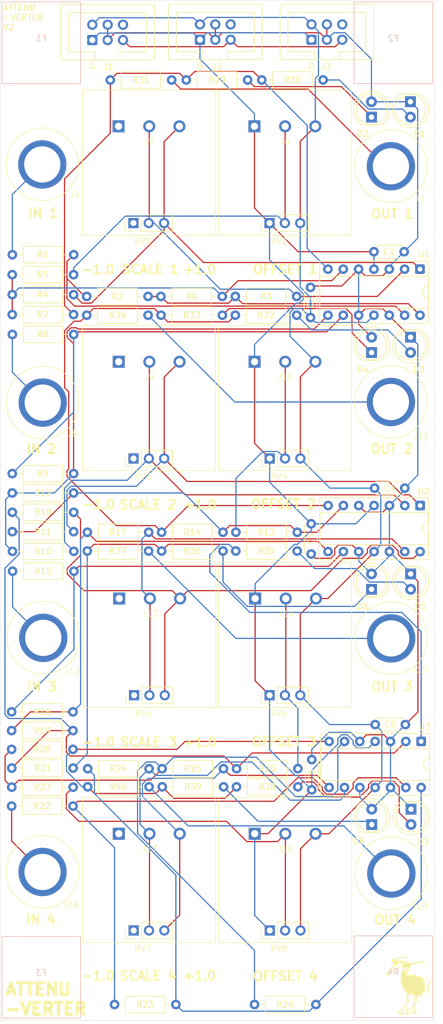
<source format=kicad_pcb>
(kicad_pcb (version 20241229) (generator "pcbnew") (generator_version "9.0")
  (layers (0 "F.Cu" signal) (2 "B.Cu" signal) (13 "F.Paste" user) (15 "B.Paste" user) (5 "F.SilkS" user "F.Silkscreen") (7 "B.SilkS" user "B.Silkscreen") (1 "F.Mask" user) (3 "B.Mask" user) (25 "Edge.Cuts" user))
  (net 0 "")
  (net 1 "-12V")
  (net 2 "12V")
  (net 6 "Net-(J4-Pin_1)")
  (net 7 "5V")
  (net 8 "Net-(J5-Pin_2)")
  (net 9 "Net-(U1B--)")
  (net 10 "Net-(R2-Pad2)")
  (net 11 "Net-(U1C--)")
  (net 12 "Net-(J6-Pin_2)")
  (net 13 "Net-(J8-Pin_1)")
  (net 14 "Net-(J9-Pin_2)")
  (net 15 "Net-(J10-Pin_2)")
  (net 16 "Net-(J11-Pin_1)")
  (net 17 "Net-(J12-Pin_1)")
  (net 18 "Net-(J13-Pin_2)")
  (net 19 "Net-(J14-Pin_2)")
  (net 20 "Net-(J15-Pin_1)")
  (net 21 "Net-(J16-Pin_1)")
  (net 22 "Net-(J17-Pin_2)")
  (net 23 "Net-(J18-Pin_2)")
  (net 24 "Net-(J19-Pin_1)")
  (net 25 "Net-(U1D--)")
  (net 26 "Net-(R10-Pad1)")
  (net 27 "Net-(U2B--)")
  (net 28 "Net-(U2C--)")
  (net 29 "Net-(R16-Pad2)")
  (net 30 "Net-(U3A--)")
  (net 31 "Net-(U3D--)")
  (net 32 "Net-(R23-Pad2)")
  (net 33 "Net-(U3B--)")
  (net 34 "Net-(J7-Pin_1)")
  (net 35 "Net-(D1-A)")
  (net 36 "Net-(D2-K)")
  (net 37 "Net-(D3-A)")
  (net 38 "Net-(D6-K)")
  (net 39 "Net-(D7-A)")
  (net 40 "Net-(D8-K)")
  (net 41 "Net-(R29-Pad1)")
  (net 42 "Net-(R14-Pad2)")
  (net 43 "Net-(R21-Pad2)")
  (net 44 "Net-(R28-Pad2)")
  (net 49 "GND")
  (net 50 "Net-(J5-Pin_3)")
  (net 51 "Net-(J9-Pin_3)")
  (net 52 "Net-(J13-Pin_3)")
  (net 53 "Net-(J17-Pin_3)")
  (net 54 "Net-(D4-K)")
  (net 55 "Net-(D5-A)")
  (footprint "Resistor_THT:R_Axial_DIN0207_L6.3mm_D2.5mm_P10.16mm_Horizontal" (layer "F.Cu") (at 32.48 102.8 180)
    (property "Reference" "R18")
    (property "Value" "51K")
  )
  (footprint "modular2:pot" (layer "F.Cu") (at 67.5084 80.9)
    (property "Reference" "J10")
    (property "Value" "Conn_01x03_Socket")
  )
  (footprint "Resistor_THT:R_Axial_DIN0207_L6.3mm_D2.5mm_P10.16mm_Horizontal" (layer "F.Cu") (at 22.2 135.8)
    (property "Reference" "R16")
    (property "Value" "51K")
  )
  (footprint "Capacitor_THT:C_Disc_D4.3mm_W1.9mm_P5.00mm" (layer "F.Cu") (at 82.4 137.9)
    (property "Reference" "C6")
    (property "Value" "100nf")
  )
  (footprint "Resistor_THT:R_Axial_DIN0207_L6.3mm_D2.5mm_P10.16mm_Horizontal" (layer "F.Cu") (at 22.3 70.1)
    (property "Reference" "R7")
    (property "Value" "100K")
  )
  (footprint "Resistor_THT:R_Axial_DIN0207_L6.3mm_D2.5mm_P10.16mm_Horizontal" (layer "F.Cu") (at 72.58 184.2 180)
    (property "Reference" "R26")
    (property "Value" "51K")
  )
  (footprint "Resistor_THT:R_Axial_DIN0207_L6.3mm_D2.5mm_P10.16mm_Horizontal" (layer "F.Cu") (at 22.22 148.2556)
    (property "Reference" "R27")
    (property "Value" "100K")
  )
  (footprint "Resistor_THT:R_Axial_DIN0207_L6.3mm_D2.5mm_P10.16mm_Horizontal" (layer "F.Cu") (at 22.3 63.5)
    (property "Reference" "R5")
    (property "Value" "100K")
  )
  (footprint "Resistor_THT:R_Axial_DIN0207_L6.3mm_D2.5mm_P10.16mm_Horizontal" (layer "F.Cu") (at 69.5 106.1 180)
    (property "Reference" "R13")
    (property "Value" "100K")
  )
  (footprint "Resistor_THT:R_Axial_DIN0207_L6.3mm_D2.5mm_P10.16mm_Horizontal" (layer "F.Cu") (at 59.44 145.2)
    (property "Reference" "R20")
    (property "Value" "100K")
  )
  (footprint "LED_THT:LED_D5.0mm" (layer "F.Cu") (at 88.2364 34.899681 -90)
    (property "Reference" "D1")
    (property "Value" "LED (Red)")
  )
  (footprint "Capacitor_THT:C_Disc_D4.3mm_W1.9mm_P5.00mm" (layer "F.Cu") (at 87.2 59.7 180)
    (property "Reference" "C1")
    (property "Value" "100nf")
  )
  (footprint "Resistor_THT:R_Axial_DIN0207_L6.3mm_D2.5mm_P10.16mm_Horizontal" (layer "F.Cu") (at 22.2 138.9)
    (property "Reference" "R19")
    (property "Value" "51K")
  )
  (footprint "Package_DIP:DIP-14_W7.62mm_Socket" (layer "F.Cu") (at 89.84 101.68 -90)
    (property "Reference" "U2")
    (property "Value" "TL074")
  )
  (footprint "Resistor_THT:R_Axial_DIN0207_L6.3mm_D2.5mm_P10.16mm_Horizontal" (layer "F.Cu") (at 39.24 184.2)
    (property "Reference" "R23")
    (property "Value" "51K")
  )
  (footprint "LED_THT:LED_D5.0mm" (layer "F.Cu") (at 88.3308 151.894 -90)
    (property "Reference" "D7")
    (property "Value" "LED (Red)")
  )
  (footprint "LED_THT:LED_D5.0mm" (layer "F.Cu") (at 81.8284 154.439 90)
    (property "Reference" "D8")
    (property "Value" "LED (Blue)")
  )
  (footprint "Resistor_THT:R_Axial_DIN0207_L6.3mm_D2.5mm_P10.16mm_Horizontal" (layer "F.Cu") (at 47.14 148.2)
    (property "Reference" "R39")
    (property "Value" "100K")
  )
  (footprint "Connector_IDC:IDC-Header_2x03_P2.54mm_Vertical" (layer "F.Cu") (at 53.386 24.6468 90)
    (property "Reference" "J2")
    (property "Value" "Power")
  )
  (footprint "modular2:banana-jack" (layer "F.Cu") (at 85.0796 162.5112)
    (property "Reference" "J19")
    (property "Value" "Output 1")
  )
  (footprint "Resistor_THT:R_Axial_DIN0207_L6.3mm_D2.5mm_P10.16mm_Horizontal" (layer "F.Cu") (at 46.92 67.1)
    (property "Reference" "R6")
    (property "Value" "51K")
  )
  (footprint "Resistor_THT:R_Axial_DIN0207_L6.3mm_D2.5mm_P10.16mm_Horizontal" (layer "F.Cu") (at 22.2 151.386)
    (property "Reference" "R22")
    (property "Value" "100K")
  )
  (footprint "modular2:pot-socket" (layer "F.Cu") (at 66.4684 85.9)
    (property "Reference" "RV4")
    (property "Value" "100K")
  )
  (footprint "Capacitor_THT:C_Disc_D4.3mm_W1.9mm_P5.00mm" (layer "F.Cu") (at 71.8 109.7 90)
    (property "Reference" "C3")
    (property "Value" "100nf")
  )
  (footprint "LED_THT:LED_D5.0mm" (layer "F.Cu") (at 81.7952 115.5352 90)
    (property "Reference" "D6")
    (property "Value" "LED (Blue)")
  )
  (footprint "modular2:banana-jack" (layer "F.Cu") (at 85.048109 123.627888)
    (property "Reference" "J15")
    (property "Value" "Output 1")
  )
  (footprint "Resistor_THT:R_Axial_DIN0207_L6.3mm_D2.5mm_P10.16mm_Horizontal" (layer "F.Cu") (at 69.4 70.2 180)
    (property "Reference" "R32")
    (property "Value" "1K")
  )
  (footprint "Connector_IDC:IDC-Header_2x03_P2.54mm_Vertical" (layer "F.Cu") (at 35.56 24.7 90)
    (property "Reference" "J1")
    (property "Value" "Power")
  )
  (footprint "modular2:banana-jack" (layer "F.Cu") (at 85.007313 45.548692)
    (property "Reference" "J7")
    (property "Value" "Output 1")
  )
  (footprint "Resistor_THT:R_Axial_DIN0207_L6.3mm_D2.5mm_P10.16mm_Horizontal" (layer "F.Cu") (at 34.64 67.1)
    (property "Reference" "R2")
    (property "Value" "51K")
  )
  (footprint "LED_THT:LED_D5.0mm" (layer "F.Cu") (at 81.8068 76.3808 90)
    (property "Reference" "D4")
    (property "Value" "LED (Blue)")
  )
  (footprint "modular2:banana-jack" (layer "F.Cu") (at 27.32 162.2572)
    (property "Reference" "J16")
    (property "Value" "Input 1")
  )
  (footprint "Package_DIP:DIP-14_W7.62mm_Socket" (layer "F.Cu") (at 89.815 62.59 -90)
    (property "Reference" "U1")
    (property "Value" "TL074")
  )
  (footprint "modular2:pot-socket" (layer "F.Cu") (at 44.0184 125.0556)
    (property "Reference" "RV5")
    (property "Value" "100K")
  )
  (footprint "Resistor_THT:R_Axial_DIN0207_L6.3mm_D2.5mm_P10.16mm_Horizontal" (layer "F.Cu") (at 73.78 31.3 180)
    (property "Reference" "R30")
    (property "Value" "1K")
  )
  (footprint "modular2:pot" (layer "F.Cu") (at 67.53 158.9556)
    (property "Reference" "J18")
    (property "Value" "Conn_01x03_Socket")
  )
  (footprint "Resistor_THT:R_Axial_DIN0207_L6.3mm_D2.5mm_P10.16mm_Horizontal" (layer "F.Cu") (at 69.6 148.2 180)
    (property "Reference" "R38")
    (property "Value" "1K")
  )
  (footprint "Resistor_THT:R_Axial_DIN0207_L6.3mm_D2.5mm_P10.16mm_Horizontal" (layer "F.Cu") (at 32.48 106 180)
    (property "Reference" "R11")
    (property "Value" "51K")
  )
  (footprint "modular2:pot-socket" (layer "F.Cu") (at 66.49 163.9556)
    (property "Reference" "RV8")
    (property "Value" "100K")
  )
  (footprint "Connector_IDC:IDC-Header_2x03_P2.54mm_Vertical" (layer "F.Cu") (at 71.86 24.6468 90)
    (property "Reference" "J3")
    (property "Value" "Power")
  )
  (footprint "modular2:pot-socket" (layer "F.Cu") (at 66.4584 125.0556)
    (property "Reference" "RV6")
    (property "Value" "100K")
  )
  (footprint "modular2:banana-jack" (layer "F.Cu") (at 27.3492 84.636262)
    (property "Reference" "J8")
    (property "Value" "Input 1")
  )
  (footprint "Resistor_THT:R_Axial_DIN0207_L6.3mm_D2.5mm_P10.16mm_Horizontal" (layer "F.Cu") (at 22.3 96.4)
    (property "Reference" "R9")
    (property "Value" "51K")
  )
  (footprint "modular2:banana-jack" (layer "F.Cu") (at 27.2764 45.24571)
    (property "Reference" "J4")
    (property "Value" "Input 1")
  )
  (footprint "modular2:pot" (layer "F.Cu") (at 67.5984 120.0556)
    (property "Reference" "J14")
    (property "Value" "Conn_01x03_Socket")
  )
  (footprint "Resistor_THT:R_Axial_DIN0207_L6.3mm_D2.5mm_P10.16mm_Horizontal" (layer "F.Cu") (at 46.94 70.2)
    (property "Reference" "R33")
    (property "Value" "100K")
  )
  (footprint "modular2:ibis-small" (layer "F.Cu") (at 87.9 181.2)
    (property "Reference" "G***" (hide yes))
    (property "Value" "LOGO" (hide yes))
  )
  (footprint "Package_DIP:DIP-14_W7.62mm_Socket" (layer "F.Cu") (at 90.015 140.69 -90)
    (property "Reference" "U3")
    (property "Value" "TL074")
  )
  (footprint "Resistor_THT:R_Axial_DIN0207_L6.3mm_D2.5mm_P10.16mm_Horizontal" (layer "F.Cu") (at 34.8 145.2)
    (property "Reference" "R24")
    (property "Value" "51K")
  )
  (footprint "Resistor_THT:R_Axial_DIN0207_L6.3mm_D2.5mm_P10.16mm_Horizontal" (layer "F.Cu") (at 48.7 31.3 180)
    (property "Reference" "R31")
    (property "Value" "1K")
  )
  (footprint "modular2:pot" (layer "F.Cu") (at 44.9864 41.965448)
    (property "Reference" "J5")
    (property "Value" "Conn_01x03_Socket")
  )
  (footprint "modular2:pot-socket" (layer "F.Cu") (at 43.9064 46.965448)
    (property "Reference" "RV1")
    (property "Value" "100K")
  )
  (footprint "Resistor_THT:R_Axial_DIN0207_L6.3mm_D2.5mm_P10.16mm_Horizontal" (layer "F.Cu") (at 51.12 31.3)
    (property "Reference" "R29")
    (property "Value" "100K")
  )
  (footprint "Resistor_THT:R_Axial_DIN0207_L6.3mm_D2.5mm_P10.16mm_Horizontal" (layer "F.Cu") (at 22.34 109.2556)
    (property "Reference" "R10")
    (property "Value" "51K")
  )
  (footprint "Resistor_THT:R_Axial_DIN0207_L6.3mm_D2.5mm_P10.16mm_Horizontal" (layer "F.Cu") (at 22.32 73.3836)
    (property "Reference" "R8")
    (property "Value" "100K")
  )
  (footprint "Resistor_THT:R_Axial_DIN0207_L6.3mm_D2.5mm_P10.16mm_Horizontal" (layer "F.Cu") (at 57.28 145.2 180)
    (property "Reference" "R25")
    (property "Value" "51K")
  )
  (footprint "Resistor_THT:R_Axial_DIN0207_L6.3mm_D2.5mm_P10.16mm_Horizontal" (layer "F.Cu") (at 59.24 67.1)
    (property "Reference" "R3")
    (property "Value" "51K")
  )
  (footprint "modular2:pot-socket" (layer "F.Cu") (at 43.95 163.9556)
    (property "Reference" "RV7")
    (property "Value" "100K")
  )
  (footprint "Resistor_THT:R_Axial_DIN0207_L6.3mm_D2.5mm_P10.16mm_Horizontal" (layer "F.Cu") (at 34.74 106.1)
    (property "Reference" "R17")
    (property "Value" "51K")
  )
  (footprint "Resistor_THT:R_Axial_DIN0207_L6.3mm_D2.5mm_P10.16mm_Horizontal" (layer "F.Cu") (at 22.3 99.6)
    (property "Reference" "R12")
    (property "Value" "51K")
  )
  (footprint "modular2:pot-socket" (layer "F.Cu") (at 66.4464 46.965448)
    (property "Reference" "RV2")
    (property "Value" "100K")
  )
  (footprint "Capacitor_THT:C_Disc_D4.3mm_W1.9mm_P5.00mm" (layer "F.Cu") (at 71.7 70.6 90)
    (property "Reference" "C2")
    (property "Value" "100nf")
  )
  (footprint "Resistor_THT:R_Axial_DIN0207_L6.3mm_D2.5mm_P10.16mm_Horizontal" (layer "F.Cu") (at 22.22 145.1)
    (property "Reference" "R21")
    (property "Value" "100K")
  )
  (footprint "Resistor_THT:R_Axial_DIN0207_L6.3mm_D2.5mm_P10.16mm_Horizontal" (layer "F.Cu") (at 32.46 66.8 180)
    (property "Reference" "R4")
    (property "Value" "51K")
  )
  (footprint "Capacitor_THT:C_Disc_D4.3mm_W1.9mm_P5.00mm" (layer "F.Cu") (at 71.9 143.7 -90)
    (property "Reference" "C5")
    (property "Value" "100nf")
  )
  (footprint "Resistor_THT:R_Axial_DIN0207_L6.3mm_D2.5mm_P10.16mm_Horizontal" (layer "F.Cu") (at 44.96 148.2 180)
    (property "Reference" "R40")
    (property "Value" "1K")
  )
  (footprint "Resistor_THT:R_Axial_DIN0207_L6.3mm_D2.5mm_P10.16mm_Horizontal" (layer "F.Cu") (at 44.8 70.2 180)
    (property "Reference" "R34")
    (property "Value" "1K")
  )
  (footprint "Resistor_THT:R_Axial_DIN0207_L6.3mm_D2.5mm_P10.16mm_Horizontal" (layer "F.Cu") (at 47.04 109.2)
    (property "Reference" "R36")
    (property "Value" "100K")
  )
  (footprint "Resistor_THT:R_Axial_DIN0207_L6.3mm_D2.5mm_P10.16mm_Horizontal" (layer "F.Cu") (at 22.32 60.2)
    (property "Reference" "R1")
    (property "Value" "100K")
  )
  (footprint "modular2:banana-jack" (layer "F.Cu") (at 85.0072 84.534662)
    (property "Reference" "J11")
    (property "Value" "Output 1")
  )
  (footprint "Resistor_THT:R_Axial_DIN0207_L6.3mm_D2.5mm_P10.16mm_Horizontal" (layer "F.Cu") (at 22.3592 112.538)
    (property "Reference" "R15")
    (property "Value" "100K")
  )
  (footprint "Resistor_THT:R_Axial_DIN0207_L6.3mm_D2.5mm_P10.16mm_Horizontal" (layer "F.Cu") (at 69.48 109.2 180)
    (property "Reference" "R35")
    (property "Value" "1K")
  )
  (footprint "Resistor_THT:R_Axial_DIN0207_L6.3mm_D2.5mm_P10.16mm_Horizontal" (layer "F.Cu") (at 44.88 109.2 180)
    (property "Reference" "R37")
    (property "Value" "1K")
  )
  (footprint "modular2:pot" (layer "F.Cu") (at 45.0984 120.0556)
    (property "Reference" "J13")
    (property "Value" "Conn_01x03_Socket")
  )
  (footprint "modular2:banana-jack" (layer "F.Cu") (at 27.4392 123.536662)
    (property "Reference" "J12")
    (property "Value" "Input 1")
  )
  (footprint "Capacitor_THT:C_Disc_D4.3mm_W1.9mm_P5.00mm" (layer "F.Cu") (at 82.3 98.8)
    (property "Reference" "C4")
    (property "Value" "100nf")
  )
  (footprint "modular2:pot-socket" (layer "F.Cu") (at 43.9284 85.9)
    (property "Reference" "RV3")
    (property "Value" "100K")
  )
  (footprint "modular2:pot" (layer "F.Cu") (at 45.0084 80.9)
    (property "Reference" "J9")
    (property "Value" "Conn_01x03_Socket")
  )
  (footprint "modular2:pot" (layer "F.Cu") (at 67.4864 41.965448)
    (property "Reference" "J6")
    (property "Value" "Conn_01x03_Socket")
  )
  (footprint "modular2:pot" (layer "F.Cu") (at 45.03 158.9556)
    (property "Reference" "J17")
    (property "Value" "Conn_01x03_Socket")
  )
  (footprint "LED_THT:LED_D5.0mm" (layer "F.Cu") (at 88.275126 112.9952 -90)
    (property "Reference" "D5")
    (property "Value" "LED (Red)")
  )
  (footprint "Resistor_THT:R_Axial_DIN0207_L6.3mm_D2.5mm_P10.16mm_Horizontal" (layer "F.Cu") (at 57.2 106.1 180)
    (property "Reference" "R14")
    (property "Value" "100K")
  )
  (footprint "LED_THT:LED_D5.0mm" (layer "F.Cu") (at 88.2584 73.8408 -90)
    (property "Reference" "D3")
    (property "Value" "LED (Red)")
  )
  (footprint "Resistor_THT:R_Axial_DIN0207_L6.3mm_D2.5mm_P10.16mm_Horizontal" (layer "F.Cu") (at 22.2 142)
    (property "Reference" "R28")
    (property "Value" "100K")
  )
  (footprint "LED_THT:LED_D5.0mm" (layer "F.Cu") (at 81.7848 37.447448 90)
    (property "Reference" "D2")
    (property "Value" "LED (Blue)")
  )
  (footprint "modular2:foot" (layer "B.Cu") (at 27.1 179.45 180)
    (property "Reference" "F3")
    (property "Value" "foot")
  )
  (footprint "modular2:foot" (layer "B.Cu") (at 85.4 179.35 180)
    (property "Reference" "R4")
    (property "Value" "foot")
  )
  (footprint "modular2:foot" (layer "B.Cu") (at 27.1 24.9 180)
    (property "Reference" "F1")
    (property "Value" "foot")
  )
  (footprint "modular2:foot" (layer "B.Cu") (at 85.4 24.9 180)
    (property "Reference" "F2")
    (property "Value" "foot")
  )
  (gr_rect (start 20.3 18.1) (end 92.2 186.8) (stroke (width 0.05)) (fill no) (layer "Edge.Cuts"))
  (gr_text "-1.0" (at 33.6 63.5 0) (layer "F.SilkS") (effects (font (size 1.5 1.5) (thickness 0.3) (bold yes)) (justify left bottom)))
  (gr_text "SCALE 4" (at 39.9 180.3 0) (layer "F.SilkS") (effects (font (size 1.5 1.5) (thickness 0.3) (bold yes)) (justify left bottom)))
  (gr_text "+1.0" (at 50.4 63.5 0) (layer "F.SilkS") (effects (font (size 1.5 1.5) (thickness 0.3) (bold yes)) (justify left bottom)))
  (gr_text "SCALE 2" (at 39.9 102.4 0) (layer "F.SilkS") (effects (font (size 1.5 1.5) (thickness 0.3) (bold yes)) (justify left bottom)))
  (gr_text "OFFSET 2" (at 61.7 102.3 0) (layer "F.SilkS") (effects (font (size 1.5 1.5) (thickness 0.3) (bold yes)) (justify left bottom)))
  (gr_text "OUT 4" (at 82.1 171.1 0) (layer "F.SilkS") (effects (font (size 1.5 1.5) (thickness 0.3) (bold yes)) (justify left bottom)))
  (gr_text "OFFSET 4" (at 62 180.4 0) (layer "F.SilkS") (effects (font (size 1.5 1.5) (thickness 0.3) (bold yes)) (justify left bottom)))
  (gr_text "OUT 2" (at 81.5 93.2 0) (layer "F.SilkS") (effects (font (size 1.5 1.5) (thickness 0.3) (bold yes)) (justify left bottom)))
  (gr_text "+1.0" (at 50.5 102.4 0) (layer "F.SilkS") (effects (font (size 1.5 1.5) (thickness 0.3) (bold yes)) (justify left bottom)))
  (gr_text "IN 1" (at 24.8 54.2 0) (layer "F.SilkS") (effects (font (size 1.5 1.5) (thickness 0.3) (bold yes)) (justify left bottom)))
  (gr_text "-1.0" (at 33.6 180.3 0) (layer "F.SilkS") (effects (font (size 1.5 1.5) (thickness 0.3) (bold yes)) (justify left bottom)))
  (gr_text "IN 4" (at 24.4 171 0) (layer "F.SilkS") (effects (font (size 1.5 1.5) (thickness 0.3) (bold yes)) (justify left bottom)))
  (gr_text "SCALE 1" (at 40.3 63.5 0) (layer "F.SilkS") (effects (font (size 1.5 1.5) (thickness 0.3) (bold yes)) (justify left bottom)))
  (gr_text "OUT 3" (at 81.6 132.5 0) (layer "F.SilkS") (effects (font (size 1.5 1.5) (thickness 0.3) (bold yes)) (justify left bottom)))
  (gr_text "IN 3" (at 24.6 132.5 0) (layer "F.SilkS") (effects (font (size 1.5 1.5) (thickness 0.3) (bold yes)) (justify left bottom)))
  (gr_text "OFFSET 3" (at 61.8 141.6 0) (layer "F.SilkS") (effects (font (size 1.5 1.5) (thickness 0.3) (bold yes)) (justify left bottom)))
  (gr_text "IN 2" (at 24.5 93.2 0) (layer "F.SilkS") (effects (font (size 1.5 1.5) (thickness 0.3) (bold yes)) (justify left bottom)))
  (gr_text "-1.0" (at 33.7 141.7 0) (layer "F.SilkS") (effects (font (size 1.5 1.5) (thickness 0.3) (bold yes)) (justify left bottom)))
  (gr_text "OFFSET 1" (at 62 63.5 0) (layer "F.SilkS") (effects (font (size 1.5 1.5) (thickness 0.3) (bold yes)) (justify left bottom)))
  (gr_text "OUT 1" (at 81.6 54.3 0) (layer "F.SilkS") (effects (font (size 1.5 1.5) (thickness 0.3) (bold yes)) (justify left bottom)))
  (gr_text "-1.0" (at 33.7 102.4 0) (layer "F.SilkS") (effects (font (size 1.5 1.5) (thickness 0.3) (bold yes)) (justify left bottom)))
  (gr_text "+1.0" (at 50.4 180.3 0) (layer "F.SilkS") (effects (font (size 1.5 1.5) (thickness 0.3) (bold yes)) (justify left bottom)))
  (gr_text "ATTENU\n-VERTER" (at 20.9 186.1 0) (layer "F.SilkS") (effects (font (size 2 2) (thickness 0.5) (bold yes)) (justify left bottom)))
  (gr_text "SCALE 3" (at 40 141.7 0) (layer "F.SilkS") (effects (font (size 1.5 1.5) (thickness 0.3) (bold yes)) (justify left bottom)))
  (gr_text "ATTENU\n-VERTER\nV2" (at 20.7 21 0) (layer "F.SilkS") (effects (font (size 1 1)) (justify left)))
  (gr_text "+1.0" (at 50.5 141.7 0) (layer "F.SilkS") (effects (font (size 1.5 1.5) (thickness 0.3) (bold yes)) (justify left bottom)))
  (segment (start 69.9984 119.6556) (end 69.9984 133.0556) (width 0.2) (layer "F.Cu") (net 1))
  (segment (start 72.53 155.9556) (end 70.03 158.4556) (width 0.2) (layer "F.Cu") (net 1))
  (segment (start 69.9864 41.465448) (end 69.9864 54.965448) (width 0.2) (layer "F.Cu") (net 1))
  (segment (start 72.5984 117.0556) (end 69.9984 119.6556) (width 0.2) (layer "F.Cu") (net 1))
  (segment (start 72.53 155.9556) (end 74.7494 155.9556) (width 0.2) (layer "F.Cu") (net 1))
  (segment (start 74.7494 155.9556) (end 82.395 148.31) (width 0.2) (layer "F.Cu") (net 1))
  (segment (start 70.03 158.4556) (end 70.03 171.9556) (width 0.2) (layer "F.Cu") (net 1))
  (segment (start 72.5084 77.9) (end 70.0084 80.4) (width 0.2) (layer "F.Cu") (net 1))
  (segment (start 70.0084 80.4) (end 70.0084 93.9) (width 0.2) (layer "F.Cu") (net 1))
  (segment (start 72.4864 38.965448) (end 69.9864 41.465448) (width 0.2) (layer "F.Cu") (net 1))
  (segment (start 72.5984 117.0556) (end 74.560424 117.0556) (width 0.2) (layer "F.Cu") (net 1))
  (segment (start 82.22 109.396024) (end 82.22 109.3) (width 0.2) (layer "F.Cu") (net 1))
  (segment (start 74.560424 117.0556) (end 82.22 109.396024) (width 0.2) (layer "F.Cu") (net 1))
  (segment (start 36.711 21.009) (end 52.2882 21.009) (width 0.2) (layer "B.Cu") (net 1))
  (segment (start 72.4864 31.03655) (end 72.4864 38.965448) (width 0.2) (layer "B.Cu") (net 1))
  (segment (start 71.86 22.1068) (end 73.011 23.2578) (width 0.2) (layer "B.Cu") (net 1))
  (segment (start 69.9864 54.965448) (end 69.9864 65.56225) (width 0.2) (layer "B.Cu") (net 1))
  (segment (start 74.8428 137.9) (end 82.4 137.9) (width 0.2) (layer "B.Cu") (net 1))
  (segment (start 83.5 139) (end 83.5 147.205) (width 0.2) (layer "B.Cu") (net 1))
  (segment (start 68.299 73.6906) (end 72.5084 77.9) (width 0.2) (layer "B.Cu") (net 1))
  (segment (start 71.7 70.6) (end 72.499999 71.399999) (width 0.2) (layer "B.Cu") (net 1))
  (segment (start 72.499999 71.399999) (end 81.005001 71.399999) (width 0.2) (layer "B.Cu") (net 1))
  (segment (start 70.709 20.9558) (end 71.86 22.1068) (width 0.2) (layer "B.Cu") (net 1))
  (segment (start 70.199 69.099) (end 68.94395 69.099) (width 0.2) (layer "B.Cu") (net 1))
  (segment (start 74.9084 98.8) (end 70.0084 93.9) (width 0.2) (layer "B.Cu") (net 1))
  (segment (start 81.005001 71.399999) (end 82.195 70.21) (width 0.2) (layer "B.Cu") (net 1))
  (segment (start 52.2882 21.009) (end 53.386 22.1068) (width 0.2) (layer "B.Cu") (net 1))
  (segment (start 82.4 137.9) (end 83.5 139) (width 0.2) (layer "B.Cu") (net 1))
  (segment (start 82.3 98.8) (end 74.9084 98.8) (width 0.2) (layer "B.Cu") (net 1))
  (segment (start 83.321 99.821) (end 83.321 108.199) (width 0.2) (layer "B.Cu") (net 1))
  (segment (start 83.5 147.205) (end 82.395 148.31) (width 0.2) (layer "B.Cu") (net 1))
  (segment (start 69.9864 65.56225) (end 71.7 67.27585) (width 0.2) (layer "B.Cu") (net 1))
  (segment (start 73.011 30.51195) (end 72.4864 31.03655) (width 0.2) (layer "B.Cu") (net 1))
  (segment (start 53.386 22.1068) (end 54.537 20.9558) (width 0.2) (layer "B.Cu") (net 1))
  (segment (start 68.299 69.74395) (end 68.299 73.6906) (width 0.2) (layer "B.Cu") (net 1))
  (segment (start 54.537 20.9558) (end 70.709 20.9558) (width 0.2) (layer "B.Cu") (net 1))
  (segment (start 68.94395 69.099) (end 68.299 69.74395) (width 0.2) (layer "B.Cu") (net 1))
  (segment (start 73.011 23.2578) (end 73.011 30.51195) (width 0.2) (layer "B.Cu") (net 1))
  (segment (start 69.9984 133.0556) (end 74.8428 137.9) (width 0.2) (layer "B.Cu") (net 1))
  (segment (start 71.7 67.27585) (end 71.7 70.6) (width 0.2) (layer "B.Cu") (net 1))
  (segment (start 35.56 22.16) (end 36.711 21.009) (width 0.2) (layer "B.Cu") (net 1))
  (segment (start 82.3 98.8) (end 83.321 99.821) (width 0.2) (layer "B.Cu") (net 1))
  (segment (start 71.7 70.6) (end 70.199 69.099) (width 0.2) (layer "B.Cu") (net 1))
  (segment (start 83.321 108.199) (end 82.22 109.3) (width 0.2) (layer "B.Cu") (net 1))
  (segment (start 62.5184 117.0556) (end 62.5184 130.6556) (width 0.2) (layer "F.Cu") (net 2))
  (segment (start 64.6444 155.9556) (end 71.9 148.7) (width 0.2) (layer "F.Cu") (net 2))
  (segment (start 62.4064 52.465448) (end 64.9064 54.965448) (width 0.2) (layer "F.Cu") (net 2))
  (segment (start 62.5184 130.6556) (end 64.9184 133.0556) (width 0.2) (layer "F.Cu") (net 2))
  (segment (start 62.45 155.9556) (end 64.6444 155.9556) (width 0.2) (layer "F.Cu") (net 2))
  (segment (start 82.2 59.7) (end 69.640952 59.7) (width 0.2) (layer "F.Cu") (net 2))
  (segment (start 62.4284 91.4) (end 64.9284 93.9) (width 0.2) (layer "F.Cu") (net 2))
  (segment (start 62.4064 38.965448) (end 62.4064 52.465448) (width 0.2) (layer "F.Cu") (net 2))
  (segment (start 62.4284 77.9) (end 62.4284 91.4) (width 0.2) (layer "F.Cu") (net 2))
  (segment (start 69.640952 59.7) (end 64.9064 54.965448) (width 0.2) (layer "F.Cu") (net 2))
  (segment (start 53.386 24.6468) (end 53.386 27.853024) (width 0.2) (layer "B.Cu") (net 2))
  (segment (start 69.53237 108.099) (end 69.02395 108.099) (width 0.2) (layer "B.Cu") (net 2))
  (segment (start 62.4284 75.04745) (end 69.27485 68.201) (width 0.2) (layer "B.Cu") (net 2))
  (segment (start 62.45 155.9556) (end 62.45 169.4556) (width 0.2) (layer "B.Cu") (net 2))
  (segment (start 79.2 104.7) (end 82.22 101.68) (width 0.2) (layer "B.Cu") (net 2))
  (segment (start 82.2 59.7) (end 82.2 62.585) (width 0.2) (layer "B.Cu") (net 2))
  (segment (start 69.14395 146.301) (end 64.9184 142.07545) (width 0.2) (layer "B.Cu") (net 2))
  (segment (start 69.27485 68.201) (end 69.85605 68.201) (width 0.2) (layer "B.Cu") (net 2))
  (segment (start 69.02395 108.099) (end 62.5184 114.60455) (width 0.2) (layer "B.Cu") (net 2))
  (segment (start 77.77105 139.589) (end 78.754 140.57195) (width 0.2) (layer "B.Cu") (net 2))
  (segment (start 35.56 24.7) (end 36.711 23.549) (width 0.2) (layer "B.Cu") (net 2))
  (segment (start 64.9064 61.04935) (end 70.501 66.64395) (width 0.2) (layer "B.Cu") (net 2))
  (segment (start 71.9 145.46005) (end 76.214 141.14605) (width 0.2) (layer "B.Cu") (net 2))
  (segment (start 78.754 140.57195) (end 78.754 141.14605) (width 0.2) (layer "B.Cu") (net 2))
  (segment (start 64.9284 93.9) (end 64.9284 97.8284) (width 0.2) (layer "B.Cu") (net 2))
  (segment (start 69.85605 68.201) (end 70.501 67.55605) (width 0.2) (layer "B.Cu") (net 2))
  (segment (start 62.45 169.4556) (end 64.95 171.9556) (width 0.2) (layer "B.Cu") (net 2))
  (segment (start 76.214 140.23395) (end 76.85895 139.589) (width 0.2) (layer "B.Cu") (net 2))
  (segment (start 71.8 104.7) (end 79.2 104.7) (width 0.2) (layer "B.Cu") (net 2))
  (segment (start 78.754 141.14605) (end 79.39895 141.791) (width 0.2) (layer "B.Cu") (net 2))
  (segment (start 71.8 104.7) (end 71.8 105.83137) (width 0.2) (layer "B.Cu") (net 2))
  (segment (start 53.386 24.6468) (end 54.537 23.4958) (width 0.2) (layer "B.Cu") (net 2))
  (segment (start 71.8 105.83137) (end 69.53237 108.099) (width 0.2) (layer "B.Cu") (net 2))
  (segment (start 64.9284 97.8284) (end 71.8 104.7) (width 0.2) (layer "B.Cu") (net 2))
  (segment (start 62.4284 77.9) (end 62.4284 75.04745) (width 0.2) (layer "B.Cu") (net 2))
  (segment (start 64.9184 142.07545) (end 64.9184 133.0556) (width 0.2) (layer "B.Cu") (net 2))
  (segment (start 64.9064 54.965448) (end 64.9064 61.04935) (width 0.2) (layer "B.Cu") (net 2))
  (segment (start 71.9 148.7) (end 71.9 145.46005) (width 0.2) (layer "B.Cu") (net 2))
  (segment (start 62.5184 114.60455) (end 62.5184 117.0556) (width 0.2) (layer "B.Cu") (net 2))
  (segment (start 79.39895 141.791) (end 81.294 141.791) (width 0.2) (layer "B.Cu") (net 2))
  (segment (start 69.501 146.301) (end 69.14395 146.301) (width 0.2) (layer "B.Cu") (net 2))
  (segment (start 81.294 141.791) (end 82.395 140.69) (width 0.2) (layer "B.Cu") (net 2))
  (segment (start 53.386 27.853024) (end 62.4064 36.873424) (width 0.2) (layer "B.Cu") (net 2))
  (segment (start 70.501 66.64395) (end 70.501 67.55605) (width 0.2) (layer "B.Cu") (net 2))
  (segment (start 70.709 23.4958) (end 71.86 24.6468) (width 0.2) (layer "B.Cu") (net 2))
  (segment (start 82.2 62.585) (end 82.195 62.59) (width 0.2) (layer "B.Cu") (net 2))
  (segment (start 76.214 141.14605) (end 76.214 140.23395) (width 0.2) (layer "B.Cu") (net 2))
  (segment (start 54.537 23.4958) (end 70.709 23.4958) (width 0.2) (layer "B.Cu") (net 2))
  (segment (start 52.2882 23.549) (end 53.386 24.6468) (width 0.2) (layer "B.Cu") (net 2))
  (segment (start 62.4064 36.873424) (end 62.4064 38.965448) (width 0.2) (layer "B.Cu") (net 2))
  (segment (start 76.85895 139.589) (end 77.77105 139.589) (width 0.2) (layer "B.Cu") (net 2))
  (segment (start 36.711 23.549) (end 52.2882 23.549) (width 0.2) (layer "B.Cu") (net 2))
  (segment (start 71.9 148.7) (end 69.501 146.301) (width 0.2) (layer "B.Cu") (net 2))
  (segment (start 22.32 60.2) (end 22.32 50.227048) (width 0.2) (layer "B.Cu") (net 6))
  (segment (start 22.32 50.227048) (end 27.2764 45.270648) (width 0.2) (layer "B.Cu") (net 6))
  (segment (start 57.315 25.7978) (end 58.466 24.6468) (width 0.2) (layer "F.Cu") (net 7))
  (segment (start 41.7378 25.7978) (end 57.315 25.7978) (width 0.2) (layer "F.Cu") (net 7))
  (segment (start 40.64 24.7) (end 41.7378 25.7978) (width 0.2) (layer "F.Cu") (net 7))
  (segment (start 59.617 25.7978) (end 75.789 25.7978) (width 0.2) (layer "F.Cu") (net 7))
  (segment (start 58.466 24.6468) (end 59.617 25.7978) (width 0.2) (layer "F.Cu") (net 7))
  (segment (start 75.789 25.7978) (end 76.94 24.6468) (width 0.2) (layer "F.Cu") (net 7))
  (segment (start 44.9864 38.965448) (end 44.9864 54.885448) (width 0.2) (layer "F.Cu") (net 8))
  (segment (start 44.9864 54.885448) (end 44.9064 54.965448) (width 0.2) (layer "F.Cu") (net 8))
  (segment (start 82.765 67.1) (end 69.4 67.1) (width 0.2) (layer "F.Cu") (net 8))
  (segment (start 87.275 62.59) (end 82.765 67.1) (width 0.2) (layer "F.Cu") (net 8))
  (segment (start 68.2 65.9) (end 69.4 67.1) (width 0.2) (layer "B.Cu") (net 8))
  (segment (start 56.753192 65.9) (end 68.2 65.9) (width 0.2) (layer "B.Cu") (net 8))
  (segment (start 45.81864 54.965448) (end 56.753192 65.9) (width 0.2) (layer "B.Cu") (net 8))
  (segment (start 44.9064 54.965448) (end 45.81864 54.965448) (width 0.2) (layer "B.Cu") (net 8))
  (segment (start 22.3 63.5) (end 22.3 70.1) (width 0.2) (layer "F.Cu") (net 9))
  (segment (start 77.115 62.59) (end 75.206 64.499) (width 0.2) (layer "F.Cu") (net 9))
  (segment (start 59.681 64.499) (end 57.08 67.1) (width 0.2) (layer "F.Cu") (net 9))
  (segment (start 75.206 64.499) (end 59.681 64.499) (width 0.2) (layer "F.Cu") (net 9))
  (segment (start 23.401 65.699) (end 55.679 65.699) (width 0.2) (layer "B.Cu") (net 9))
  (segment (start 55.679 65.699) (end 57.08 67.1) (width 0.2) (layer "B.Cu") (net 9))
  (segment (start 22.3 66.8) (end 23.401 65.699) (width 0.2) (layer "B.Cu") (net 9))
  (segment (start 44.8 67.1) (end 46.92 67.1) (width 0.2) (layer "F.Cu") (net 10))
  (segment (start 60.437 68.297) (end 59.24 67.1) (width 0.2) (layer "F.Cu") (net 10))
  (segment (start 89.815 70.21) (end 87.902 68.297) (width 0.2) (layer "F.Cu") (net 10))
  (segment (start 58.139 68.201) (end 59.24 67.1) (width 0.2) (layer "F.Cu") (net 10))
  (segment (start 87.902 68.297) (end 60.437 68.297) (width 0.2) (layer "F.Cu") (net 10))
  (segment (start 48.021 68.201) (end 58.139 68.201) (width 0.2) (layer "F.Cu") (net 10))
  (segment (start 46.92 67.1) (end 48.021 68.201) (width 0.2) (layer "F.Cu") (net 10))
  (segment (start 32.9146 72.949) (end 32.48 73.3836) (width 0.2) (layer "F.Cu") (net 11))
  (segment (start 74.376 72.949) (end 32.9146 72.949) (width 0.2) (layer "F.Cu") (net 11))
  (segment (start 77.115 70.21) (end 74.376 72.949) (width 0.2) (layer "F.Cu") (net 11))
  (segment (start 32.48 86.22) (end 22.3 96.4) (width 0.2) (layer "B.Cu") (net 11))
  (segment (start 32.48 73.3836) (end 32.48 86.22) (width 0.2) (layer "B.Cu") (net 11))
  (segment (start 67.4864 38.965448) (end 67.4864 54.925448) (width 0.2) (layer "F.Cu") (net 12))
  (segment (start 67.4864 54.925448) (end 67.4464 54.965448) (width 0.2) (layer "F.Cu") (net 12))
  (segment (start 32.46 63.5) (end 32.46 62.36863) (width 0.2) (layer "B.Cu") (net 12))
  (segment (start 41.014182 53.814448) (end 66.2954 53.814448) (width 0.2) (layer "B.Cu") (net 12))
  (segment (start 32.46 62.36863) (end 41.014182 53.814448) (width 0.2) (layer "B.Cu") (net 12))
  (segment (start 66.2954 53.814448) (end 67.4464 54.965448) (width 0.2) (layer "B.Cu") (net 12))
  (segment (start 22.32 79.632) (end 27.3492 84.6612) (width 0.2) (layer "B.Cu") (net 13))
  (segment (start 22.32 73.3836) (end 22.32 79.632) (width 0.2) (layer "B.Cu") (net 13))
  (segment (start 85.521 99.901) (end 87.3 101.68) (width 0.2) (layer "F.Cu") (net 14))
  (segment (start 45.0084 93.82) (end 44.9284 93.9) (width 0.2) (layer "F.Cu") (net 14))
  (segment (start 44.9284 93.9) (end 50.9294 99.901) (width 0.2) (layer "F.Cu") (net 14))
  (segment (start 50.9294 99.901) (end 85.521 99.901) (width 0.2) (layer "F.Cu") (net 14))
  (segment (start 45.0084 77.9) (end 45.0084 93.82) (width 0.2) (layer "F.Cu") (net 14))
  (segment (start 32.5 109.2556) (end 30.958 107.7136) (width 0.2) (layer "B.Cu") (net 14))
  (segment (start 41.3274 97.501) (end 44.9284 93.9) (width 0.2) (layer "B.Cu") (net 14))
  (segment (start 30.958 98.842) (end 32.299 97.501) (width 0.2) (layer "B.Cu") (net 14))
  (segment (start 30.958 107.7136) (end 30.958 98.842) (width 0.2) (layer "B.Cu") (net 14))
  (segment (start 32.299 97.501) (end 41.3274 97.501) (width 0.2) (layer "B.Cu") (net 14))
  (segment (start 67.5084 93.86) (end 67.4684 93.9) (width 0.2) (layer "F.Cu") (net 15))
  (segment (start 67.5084 77.9) (end 67.5084 93.86) (width 0.2) (layer "F.Cu") (net 15))
  (segment (start 66.3174 92.749) (end 63.7774 92.749) (width 0.2) (layer "B.Cu") (net 15))
  (segment (start 67.4684 93.9) (end 66.3174 92.749) (width 0.2) (layer "B.Cu") (net 15))
  (segment (start 63.7774 92.749) (end 59.34 97.1864) (width 0.2) (layer "B.Cu") (net 15))
  (segment (start 59.34 97.1864) (end 59.34 106.1) (width 0.2) (layer "B.Cu") (net 15))
  (segment (start 44.8 70.2) (end 59.1596 84.5596) (width 0.2) (layer "B.Cu") (net 16))
  (segment (start 59.1596 84.5596) (end 85.0072 84.5596) (width 0.2) (layer "B.Cu") (net 16))
  (segment (start 22.3592 112.538) (end 22.3592 118.4816) (width 0.2) (layer "B.Cu") (net 17))
  (segment (start 22.3592 118.4816) (end 27.4392 123.5616) (width 0.2) (layer "B.Cu") (net 17))
  (segment (start 85.201 107.201) (end 87.3 109.3) (width 0.2) (layer "F.Cu") (net 18))
  (segment (start 45.0984 117.0556) (end 45.0984 132.9756) (width 0.2) (layer "F.Cu") (net 18))
  (segment (start 46.001 107.201) (end 85.201 107.201) (width 0.2) (layer "F.Cu") (net 18))
  (segment (start 44.9 106.1) (end 46.001 107.201) (width 0.2) (layer "F.Cu") (net 18))
  (segment (start 45.0984 132.9756) (end 45.0184 133.0556) (width 0.2) (layer "F.Cu") (net 18))
  (segment (start 43.779 107.221) (end 44.9 106.1) (width 0.2) (layer "B.Cu") (net 18))
  (segment (start 45.0984 117.0556) (end 43.779 115.7362) (width 0.2) (layer "B.Cu") (net 18))
  (segment (start 43.779 115.7362) (end 43.779 107.221) (width 0.2) (layer "B.Cu") (net 18))
  (segment (start 67.5984 132.9156) (end 67.4584 133.0556) (width 0.2) (layer "F.Cu") (net 19))
  (segment (start 67.5984 117.0556) (end 67.5984 132.9156) (width 0.2) (layer "F.Cu") (net 19))
  (segment (start 69.6 135.1972) (end 67.4584 133.0556) (width 0.2) (layer "B.Cu") (net 19))
  (segment (start 69.6 145.2) (end 69.6 135.1972) (width 0.2) (layer "B.Cu") (net 19))
  (segment (start 44.88 109.2) (end 59.332826 123.652826) (width 0.2) (layer "B.Cu") (net 20))
  (segment (start 59.332826 123.652826) (end 85.048109 123.652826) (width 0.2) (layer "B.Cu") (net 20))
  (segment (start 22.2 151.386) (end 22.2 157.162138) (width 0.2) (layer "F.Cu") (net 21))
  (segment (start 22.2 157.162138) (end 27.32 162.282138) (width 0.2) (layer "F.Cu") (net 21))
  (segment (start 45.03 155.9556) (end 45.03 171.8756) (width 0.2) (layer "F.Cu") (net 22))
  (segment (start 45.03 171.8756) (end 44.95 171.9556) (width 0.2) (layer "F.Cu") (net 22))
  (segment (start 61.999 144.099) (end 68.3 150.4) (width 0.2) (layer "B.Cu") (net 22))
  (segment (start 68.3 150.4) (end 76.6 150.4) (width 0.2) (layer "B.Cu") (net 22))
  (segment (start 56.82395 144.099) (end 61.999 144.099) (width 0.2) (layer "B.Cu") (net 22))
  (segment (start 44.96 145.2) (end 46.061 146.301) (width 0.2) (layer "B.Cu") (net 22))
  (segment (start 43.458 154.3836) (end 43.458 146.702) (width 0.2) (layer "B.Cu") (net 22))
  (segment (start 54.62195 146.301) (end 56.82395 144.099) (width 0.2) (layer "B.Cu") (net 22))
  (segment (start 76.6 150.4) (end 77.315 149.685) (width 0.2) (layer "B.Cu") (net 22))
  (segment (start 77.315 149.685) (end 77.315 148.31) (width 0.2) (layer "B.Cu") (net 22))
  (segment (start 46.061 146.301) (end 54.62195 146.301) (width 0.2) (layer "B.Cu") (net 22))
  (segment (start 45.03 155.9556) (end 43.458 154.3836) (width 0.2) (layer "B.Cu") (net 22))
  (segment (start 43.458 146.702) (end 44.96 145.2) (width 0.2) (layer "B.Cu") (net 22))
  (segment (start 31.259 151.84205) (end 31.259 149.3766) (width 0.2) (layer "F.Cu") (net 23))
  (segment (start 33.32355 153.9066) (end 31.259 151.84205) (width 0.2) (layer "F.Cu") (net 23))
  (segment (start 57.799 153.9066) (end 33.32355 153.9066) (width 0.2) (layer "F.Cu") (net 23))
  (segment (start 67.53 155.9556) (end 67.53 171.9156) (width 0.2) (layer "F.Cu") (net 23))
  (segment (start 66.229 157.2566) (end 61.149 157.2566) (width 0.2) (layer "F.Cu") (net 23))
  (segment (start 67.53 171.9156) (end 67.49 171.9556) (width 0.2) (layer "F.Cu") (net 23))
  (segment (start 31.259 149.3766) (end 32.38 148.2556) (width 0.2) (layer "F.Cu") (net 23))
  (segment (start 67.53 155.9556) (end 66.229 157.2566) (width 0.2) (layer "F.Cu") (net 23))
  (segment (start 61.149 157.2566) (end 57.799 153.9066) (width 0.2) (layer "F.Cu") (net 23))
  (segment (start 77.198062 154.6546) (end 85.0796 162.536138) (width 0.2) (layer "B.Cu") (net 24))
  (segment (start 51.4146 154.6546) (end 77.198062 154.6546) (width 0.2) (layer "B.Cu") (net 24))
  (segment (start 44.96 148.2) (end 51.4146 154.6546) (width 0.2) (layer "B.Cu") (net 24))
  (segment (start 32.48 60.2) (end 31.359 61.321) (width 0.2) (layer "F.Cu") (net 25))
  (segment (start 31.359 64.14195) (end 34.31705 67.1) (width 0.2) (layer "F.Cu") (net 25))
  (segment (start 31.359 67.44195) (end 32.61505 68.698) (width 0.2) (layer "F.Cu") (net 25))
  (segment (start 85.763 68.698) (end 87.275 70.21) (width 0.2) (layer "F.Cu") (net 25))
  (segment (start 31.359 61.321) (end 31.359 64.14195) (width 0.2) (layer "F.Cu") (net 25))
  (segment (start 34.31705 67.1) (end 34.64 67.1) (width 0.2) (layer "F.Cu") (net 25))
  (segment (start 31.359 61.321) (end 31.359 67.44195) (width 0.2) (layer "F.Cu") (net 25))
  (segment (start 32.61505 68.698) (end 85.763 68.698) (width 0.2) (layer "F.Cu") (net 25))
  (segment (start 32.46 74.92065) (end 31.379 73.83965) (width 0.2) (layer "F.Cu") (net 26))
  (segment (start 72.2966 72.4884) (end 33.14185 72.4884) (width 0.2) (layer "F.Cu") (net 26))
  (segment (start 32.02395 72.2826) (end 31.379 72.92755) (width 0.2) (layer "F.Cu") (net 26))
  (segment (start 74.575 70.21) (end 72.2966 72.4884) (width 0.2) (layer "F.Cu") (net 26))
  (segment (start 31.379 73.83965) (end 31.379 72.92755) (width 0.2) (layer "F.Cu") (net 26))
  (segment (start 32.46 96.4) (end 32.46 74.92065) (width 0.2) (layer "F.Cu") (net 26))
  (segment (start 32.93605 72.2826) (end 32.02395 72.2826) (width 0.2) (layer "F.Cu") (net 26))
  (segment (start 33.14185 72.4884) (end 32.93605 72.2826) (width 0.2) (layer "F.Cu") (net 26))
  (segment (start 22.3 99.6) (end 29.26 99.6) (width 0.2) (layer "B.Cu") (net 26))
  (segment (start 29.26 99.6) (end 32.46 96.4) (width 0.2) (layer "B.Cu") (net 26))
  (segment (start 21.219 108.1346) (end 22.34 109.2556) (width 0.2) (layer "B.Cu") (net 26))
  (segment (start 21.219 100.681) (end 21.219 108.1346) (width 0.2) (layer "B.Cu") (net 26))
  (segment (start 22.3 99.6) (end 21.219 100.681) (width 0.2) (layer "B.Cu") (net 26))
  (segment (start 58.301 104.999) (end 68.399 104.999) (width 0.2) (layer "F.Cu") (net 27))
  (segment (start 26.06 106) (end 32.46 99.6) (width 0.2) (layer "F.Cu") (net 27))
  (segment (start 22.32 106) (end 26.06 106) (width 0.2) (layer "F.Cu") (net 27))
  (segment (start 68.399 104.999) (end 69.5 106.1) (width 0.2) (layer "F.Cu") (net 27))
  (segment (start 57.2 106.1) (end 58.301 104.999) (width 0.2) (layer "F.Cu") (net 27))
  (segment (start 72.72 106.1) (end 69.5 106.1) (width 0.2) (layer "F.Cu") (net 27))
  (segment (start 77.14 101.68) (end 72.72 106.1) (width 0.2) (layer "F.Cu") (net 27))
  (segment (start 50.7 99.6) (end 32.46 99.6) (width 0.2) (layer "B.Cu") (net 27))
  (segment (start 57.2 106.1) (end 50.7 99.6) (width 0.2) (layer "B.Cu") (net 27))
  (segment (start 74.701999 111.738001) (end 77.14 109.3) (width 0.2) (layer "F.Cu") (net 28))
  (segment (start 33.319199 111.738001) (end 74.701999 111.738001) (width 0.2) (layer "F.Cu") (net 28))
  (segment (start 32.5192 112.538) (end 33.319199 111.738001) (width 0.2) (layer "F.Cu") (net 28))
  (segment (start 32.5192 112.538) (end 32.5192 125.4808) (width 0.2) (layer "B.Cu") (net 28))
  (segment (start 32.5192 125.4808) (end 22.2 135.8) (width 0.2) (layer "B.Cu") (net 28))
  (segment (start 36.242 107.602) (end 72.902 107.602) (width 0.2) (layer "F.Cu") (net 29))
  (segment (start 32.36 135.8) (end 25.3 135.8) (width 0.2) (layer "F.Cu") (net 29))
  (segment (start 34.74 106.1) (end 36.242 107.602) (width 0.2) (layer "F.Cu") (net 29))
  (segment (start 72.902 107.602) (end 74.6 109.3) (width 0.2) (layer "F.Cu") (net 29))
  (segment (start 25.3 135.8) (end 22.2 138.9) (width 0.2) (layer "F.Cu") (net 29))
  (segment (start 33.619 107.221) (end 33.619 134.541) (width 0.2) (layer "B.Cu") (net 29))
  (segment (start 33.619 134.541) (end 32.36 135.8) (width 0.2) (layer "B.Cu") (net 29))
  (segment (start 34.74 106.1) (end 33.619 107.221) (width 0.2) (layer "B.Cu") (net 29))
  (segment (start 59.44 145.2) (end 62.04 142.6) (width 0.2) (layer "F.Cu") (net 30))
  (segment (start 59.44 145.2) (end 57.341 143.101) (width 0.2) (layer "F.Cu") (net 30))
  (segment (start 32.36 138.9) (end 28.42 138.9) (width 0.2) (layer "F.Cu") (net 30))
  (segment (start 85.565 142.6) (end 87.475 140.69) (width 0.2) (layer "F.Cu") (net 30))
  (segment (start 62.04 142.6) (end 85.565 142.6) (width 0.2) (layer "F.Cu") (net 30))
  (segment (start 31.259 142.45605) (end 31.259 140.001) (width 0.2) (layer "F.Cu") (net 30))
  (segment (start 57.341 143.101) (end 31.90395 143.101) (width 0.2) (layer "F.Cu") (net 30))
  (segment (start 31.90395 143.101) (end 31.259 142.45605) (width 0.2) (layer "F.Cu") (net 30))
  (segment (start 31.259 140.001) (end 32.36 138.9) (width 0.2) (layer "F.Cu") (net 30))
  (segment (start 28.42 138.9) (end 22.22 145.1) (width 0.2) (layer "F.Cu") (net 30))
  (segment (start 30.361 136.901) (end 21.74395 136.901) (width 0.2) (layer "B.Cu") (net 30))
  (segment (start 21.099 112.05365) (end 23.441 109.71165) (width 0.2) (layer "B.Cu") (net 30))
  (segment (start 23.441 109.71165) (end 23.441 103.921) (width 0.2) (layer "B.Cu") (net 30))
  (segment (start 21.099 136.25605) (end 21.099 112.05365) (width 0.2) (layer "B.Cu") (net 30))
  (segment (start 21.74395 136.901) (end 21.099 136.25605) (width 0.2) (layer "B.Cu") (net 30))
  (segment (start 32.36 138.9) (end 30.361 136.901) (width 0.2) (layer "B.Cu") (net 30))
  (segment (start 23.441 103.921) (end 22.32 102.8) (width 0.2) (layer "B.Cu") (net 30))
  (segment (start 69.54095 146.702) (end 65.656949 150.586001) (width 0.2) (layer "F.Cu") (net 31))
  (segment (start 33.159999 150.586001) (end 32.36 151.386) (width 0.2) (layer "F.Cu") (net 31))
  (segment (start 78.754 147.546) (end 78.754 148.42805) (width 0.2) (layer "F.Cu") (net 31))
  (segment (start 74.31895 149.411) (end 73.674 148.76605) (width 0.2) (layer "F.Cu") (net 31))
  (segment (start 79.6 146.7) (end 78.754 147.546) (width 0.2) (layer "F.Cu") (net 31))
  (segment (start 65.656949 150.586001) (end 33.159999 150.586001) (width 0.2) (layer "F.Cu") (net 31))
  (segment (start 72.076 146.702) (end 69.54095 146.702) (width 0.2) (layer "F.Cu") (net 31))
  (segment (start 73.674 148.76605) (end 73.674 148.3) (width 0.2) (layer "F.Cu") (net 31))
  (segment (start 85.865 146.7) (end 79.6 146.7) (width 0.2) (layer "F.Cu") (net 31))
  (segment (start 87.475 148.31) (end 85.865 146.7) (width 0.2) (layer "F.Cu") (net 31))
  (segment (start 78.754 148.42805) (end 77.77105 149.411) (width 0.2) (layer "F.Cu") (net 31))
  (segment (start 77.77105 149.411) (end 74.31895 149.411) (width 0.2) (layer "F.Cu") (net 31))
  (segment (start 73.674 148.3) (end 72.076 146.702) (width 0.2) (layer "F.Cu") (net 31))
  (segment (start 39.24 158.266) (end 32.36 151.386) (width 0.2) (layer "B.Cu") (net 31))
  (segment (start 39.24 184.2) (end 39.24 158.266) (width 0.2) (layer "B.Cu") (net 31))
  (segment (start 35.901 146.301) (end 34.8 145.2) (width 0.2) (layer "B.Cu") (net 32))
  (segment (start 35.901 149.3046) (end 35.901 146.301) (width 0.2) (layer "B.Cu") (net 32))
  (segment (start 49.4 184.2) (end 49.4 162.8036) (width 0.2) (layer "B.Cu") (net 32))
  (segment (start 90.015 166.765) (end 90.015 148.31) (width 0.2) (layer "B.Cu") (net 32))
  (segment (start 72.58 184.2) (end 90.015 166.765) (width 0.2) (layer "B.Cu") (net 32))
  (segment (start 49.4 184.2) (end 50.501 185.301) (width 0.2) (layer "B.Cu") (net 32))
  (segment (start 50.501 185.301) (end 71.479 185.301) (width 0.2) (layer "B.Cu") (net 32))
  (segment (start 49.4 162.8036) (end 35.901 149.3046) (width 0.2) (layer "B.Cu") (net 32))
  (segment (start 71.479 185.301) (end 72.58 184.2) (width 0.2) (layer "B.Cu") (net 32))
  (segment (start 22.22 148.2556) (end 23.3766 147.099) (width 0.2) (layer "F.Cu") (net 33))
  (segment (start 21.119 143.081) (end 21.119 147.1546) (width 0.2) (layer "F.Cu") (net 33))
  (segment (start 23.3766 147.099) (end 45.221 147.099) (width 0.2) (layer "F.Cu") (net 33))
  (segment (start 22.2 142) (end 21.119 143.081) (width 0.2) (layer "F.Cu") (net 33))
  (segment (start 21.119 147.1546) (end 22.22 148.2556) (width 0.2) (layer "F.Cu") (net 33))
  (segment (start 45.221 147.099) (end 47.12 145.2) (width 0.2) (layer "F.Cu") (net 33))
  (segment (start 44.501 144.099) (end 43.057 145.543) (width 0.2) (layer "B.Cu") (net 33))
  (segment (start 76.214 148.76605) (end 76.214 141.791) (width 0.2) (layer "B.Cu") (net 33))
  (segment (start 62.42 175.2565) (end 62.42 184.2) (width 0.2) (layer "B.Cu") (net 33))
  (segment (start 49.02 143.3) (end 62.7 143.3) (width 0.2) (layer "B.Cu") (net 33))
  (segment (start 47.12 145.2) (end 46.019 144.099) (width 0.2) (layer "B.Cu") (net 33))
  (segment (start 43.057 145.543) (end 43.057 155.8935) (width 0.2) (layer "B.Cu") (net 33))
  (segment (start 75.17905 149.801) (end 76.214 148.76605) (width 0.2) (layer "B.Cu") (net 33))
  (segment (start 43.057 155.8935) (end 62.42 175.2565) (width 0.2) (layer "B.Cu") (net 33))
  (segment (start 76.214 141.791) (end 77.315 140.69) (width 0.2) (layer "B.Cu") (net 33))
  (segment (start 46.019 144.099) (end 44.501 144.099) (width 0.2) (layer "B.Cu") (net 33))
  (segment (start 47.12 145.2) (end 49.02 143.3) (width 0.2) (layer "B.Cu") (net 33))
  (segment (start 69.201 149.801) (end 75.17905 149.801) (width 0.2) (layer "B.Cu") (net 33))
  (segment (start 62.7 143.3) (end 69.201 149.801) (width 0.2) (layer "B.Cu") (net 33))
  (segment (start 50.202 32.802) (end 48.7 31.3) (width 0.2) (layer "F.Cu") (net 34))
  (segment (start 71.280928 32.802) (end 50.202 32.802) (width 0.2) (layer "F.Cu") (net 34))
  (segment (start 85.007313 45.57363) (end 84.052558 45.57363) (width 0.2) (layer "F.Cu") (net 34))
  (segment (start 84.052558 45.57363) (end 71.280928 32.802) (width 0.2) (layer "F.Cu") (net 34))
  (segment (start 76.478881 31.3) (end 81.287329 36.108448) (width 0.2) (layer "B.Cu") (net 35))
  (segment (start 81.287329 36.108448) (end 86.905167 36.108448) (width 0.2) (layer "B.Cu") (net 35))
  (segment (start 73.78 31.3) (end 76.478881 31.3) (width 0.2) (layer "B.Cu") (net 35))
  (segment (start 86.905167 36.108448) (end 88.2364 37.439681) (width 0.2) (layer "B.Cu") (net 35))
  (segment (start 81.7848 37.3848) (end 81.7848 37.447448) (width 0.2) (layer "F.Cu") (net 36))
  (segment (start 76.801 32.401) (end 81.7848 37.3848) (width 0.2) (layer "F.Cu") (net 36))
  (segment (start 61.28 31.3) (end 62.381 32.401) (width 0.2) (layer "F.Cu") (net 36))
  (segment (start 62.381 32.401) (end 76.801 32.401) (width 0.2) (layer "F.Cu") (net 36))
  (segment (start 84.5174 72.6398) (end 88.2584 76.3808) (width 0.2) (layer "B.Cu") (net 37))
  (segment (start 71.8398 72.6398) (end 84.5174 72.6398) (width 0.2) (layer "B.Cu") (net 37))
  (segment (start 69.4 70.2) (end 71.8398 72.6398) (width 0.2) (layer "B.Cu") (net 37))
  (segment (start 78.9738 118.3566) (end 81.7952 115.5352) (width 0.2) (layer "B.Cu") (net 38))
  (segment (start 57.2 109.2) (end 57.2 114.3392) (width 0.2) (layer "B.Cu") (net 38))
  (segment (start 57.2 114.3392) (end 61.2174 118.3566) (width 0.2) (layer "B.Cu") (net 38))
  (segment (start 61.2174 118.3566) (end 78.9738 118.3566) (width 0.2) (layer "B.Cu") (net 38))
  (segment (start 79.82205 149.9) (end 81.294 148.42805) (width 0.2) (layer "F.Cu") (net 39))
  (segment (start 69.6 148.2) (end 70.399999 147.400001) (width 0.2) (layer "F.Cu") (net 39))
  (segment (start 85.39105 147.209) (end 86.374 148.19195) (width 0.2) (layer "F.Cu") (net 39))
  (segment (start 81.294 147.85395) (end 81.93895 147.209) (width 0.2) (layer "F.Cu") (net 39))
  (segment (start 74.24085 149.9) (end 73 148.65915) (width 0.2) (layer "F.Cu") (net 39))
  (segment (start 73 148.24295) (end 73 148.65915) (width 0.2) (layer "F.Cu") (net 39))
  (segment (start 86.374 148.19195) (end 86.374 152.4772) (width 0.2) (layer "F.Cu") (net 39))
  (segment (start 81.93895 147.209) (end 85.39105 147.209) (width 0.2) (layer "F.Cu") (net 39))
  (segment (start 86.374 152.4772) (end 88.3308 154.434) (width 0.2) (layer "F.Cu") (net 39))
  (segment (start 72.157051 147.400001) (end 73 148.24295) (width 0.2) (layer "F.Cu") (net 39))
  (segment (start 81.294 148.42805) (end 81.294 147.85395) (width 0.2) (layer "F.Cu") (net 39))
  (segment (start 69.6 148.2) (end 70.201 147.599) (width 0.2) (layer "F.Cu") (net 39))
  (segment (start 74.24085 149.9) (end 79.82205 149.9) (width 0.2) (layer "F.Cu") (net 39))
  (segment (start 70.399999 147.400001) (end 72.157051 147.400001) (width 0.2) (layer "F.Cu") (net 39))
  (segment (start 63.0066 153.9066) (end 81.296 153.9066) (width 0.2) (layer "B.Cu") (net 40))
  (segment (start 57.3 148.2) (end 63.0066 153.9066) (width 0.2) (layer "B.Cu") (net 40))
  (segment (start 81.296 153.9066) (end 81.8284 154.439) (width 0.2) (layer "B.Cu") (net 40))
  (segment (start 62.22 29.9) (end 63.62 31.3) (width 0.2) (layer "F.Cu") (net 41))
  (segment (start 32.46 70.1) (end 30.958 68.598) (width 0.2) (layer "F.Cu") (net 41))
  (segment (start 38.54 40.089581) (end 38.54 31.3) (width 0.2) (layer "F.Cu") (net 41))
  (segment (start 30.958 47.671581) (end 38.54 40.089581) (width 0.2) (layer "F.Cu") (net 41))
  (segment (start 38.54 31.3) (end 39.641 30.199) (width 0.2) (layer "F.Cu") (net 41))
  (segment (start 51.12 31.3) (end 52.52 29.9) (width 0.2) (layer "F.Cu") (net 41))
  (segment (start 30.958 68.598) (end 30.958 47.671581) (width 0.2) (layer "F.Cu") (net 41))
  (segment (start 50.019 30.199) (end 51.12 31.3) (width 0.2) (layer "F.Cu") (net 41))
  (segment (start 39.641 30.199) (end 50.019 30.199) (width 0.2) (layer "F.Cu") (net 41))
  (segment (start 52.52 29.9) (end 62.22 29.9) (width 0.2) (layer "F.Cu") (net 41))
  (segment (start 63.62 31.3) (end 71.1374 38.8174) (width 0.2) (layer "B.Cu") (net 41))
  (segment (start 71.1374 38.8174) (end 71.1374 59.1524) (width 0.2) (layer "B.Cu") (net 41))
  (segment (start 71.1374 59.1524) (end 74.575 62.59) (width 0.2) (layer "B.Cu") (net 41))
  (segment (start 31.6502 95.65275) (end 31.359 95.94395) (width 0.2) (layer "F.Cu") (net 42))
  (segment (start 35.741 69.099) (end 45.839 69.099) (width 0.2) (layer "F.Cu") (net 42))
  (segment (start 45.839 69.099) (end 46.94 70.2) (width 0.2) (layer "F.Cu") (net 42))
  (segment (start 45.939 104.999) (end 47.04 106.1) (width 0.2) (layer "F.Cu") (net 42))
  (segment (start 58.139 71.301) (end 59.24 70.2) (width 0.2) (layer "F.Cu") (net 42))
  (segment (start 31.6502 82.879667) (end 31.6502 95.65275) (width 0.2) (layer "F.Cu") (net 42))
  (segment (start 30.978 82.207467) (end 31.6502 82.879667) (width 0.2) (layer "F.Cu") (net 42))
  (segment (start 31.359 95.94395) (end 31.359 96.85605) (width 0.2) (layer "F.Cu") (net 42))
  (segment (start 46.94 70.2) (end 48.041 71.301) (width 0.2) (layer "F.Cu") (net 42))
  (segment (start 39.50195 104.999) (end 45.939 104.999) (width 0.2) (layer "F.Cu") (net 42))
  (segment (start 34.64 70.2) (end 33.639 71.201) (width 0.2) (layer "F.Cu") (net 42))
  (segment (start 51.46 101.68) (end 47.04 106.1) (width 0.2) (layer "F.Cu") (net 42))
  (segment (start 32.53845 71.201) (end 30.978 72.76145) (width 0.2) (layer "F.Cu") (net 42))
  (segment (start 74.6 101.68) (end 51.46 101.68) (width 0.2) (layer "F.Cu") (net 42))
  (segment (start 34.64 70.2) (end 35.741 69.099) (width 0.2) (layer "F.Cu") (net 42))
  (segment (start 31.359 96.85605) (end 39.50195 104.999) (width 0.2) (layer "F.Cu") (net 42))
  (segment (start 30.978 72.76145) (end 30.978 82.207467) (width 0.2) (layer "F.Cu") (net 42))
  (segment (start 33.639 71.201) (end 32.53845 71.201) (width 0.2) (layer "F.Cu") (net 42))
  (segment (start 48.041 71.301) (end 58.139 71.301) (width 0.2) (layer "F.Cu") (net 42))
  (segment (start 59.32 109.2) (end 58.219 108.099) (width 0.2) (layer "F.Cu") (net 43))
  (segment (start 58.219 108.099) (end 48.141 108.099) (width 0.2) (layer "F.Cu") (net 43))
  (segment (start 35.821 108.099) (end 34.72 109.2) (width 0.2) (layer "F.Cu") (net 43))
  (segment (start 48.141 108.099) (end 47.04 109.2) (width 0.2) (layer "F.Cu") (net 43))
  (segment (start 45.939 108.099) (end 35.821 108.099) (width 0.2) (layer "F.Cu") (net 43))
  (segment (start 47.04 109.2) (end 45.939 108.099) (width 0.2) (layer "F.Cu") (net 43))
  (segment (start 55.0194 112.7257) (end 61.645526 119.351826) (width 0.2) (layer "B.Cu") (net 43))
  (segment (start 58.219 108.099) (end 56.74395 108.099) (width 0.2) (layer "B.Cu") (net 43))
  (segment (start 86.829642 119.351826) (end 90.015 122.537184) (width 0.2) (layer "B.Cu") (net 43))
  (segment (start 55.0194 109.82355) (end 55.0194 112.7257) (width 0.2) (layer "B.Cu") (net 43))
  (segment (start 56.74395 108.099) (end 55.0194 109.82355) (width 0.2) (layer "B.Cu") (net 43))
  (segment (start 59.32 109.2) (end 58.219 108.099) (width 0.2) (layer "B.Cu") (net 43))
  (segment (start 34.72 109.2) (end 34.72 142.76) (width 0.2) (layer "B.Cu") (net 43))
  (segment (start 34.72 142.76) (end 32.38 145.1) (width 0.2) (layer "B.Cu") (net 43))
  (segment (start 61.645526 119.351826) (end 86.829642 119.351826) (width 0.2) (layer "B.Cu") (net 43))
  (segment (start 90.015 122.537184) (end 90.015 140.69) (width 0.2) (layer "B.Cu") (net 43))
  (segment (start 50.91 140.69) (end 49.6 142) (width 0.2) (layer "F.Cu") (net 44))
  (segment (start 49.6 142) (end 32.36 142) (width 0.2) (layer "F.Cu") (net 44))
  (segment (start 74.775 140.69) (end 50.91 140.69) (width 0.2) (layer "F.Cu") (net 44))
  (segment (start 46.039 149.301) (end 47.14 148.2) (width 0.2) (layer "F.Cu") (net 44))
  (segment (start 34.8 148.2) (end 35.901 149.301) (width 0.2) (layer "F.Cu") (net 44))
  (segment (start 47.14 148.2) (end 49.04 150.1) (width 0.2) (layer "F.Cu") (net 44))
  (segment (start 57.54 150.1) (end 59.44 148.2) (width 0.2) (layer "F.Cu") (net 44))
  (segment (start 49.04 150.1) (end 57.54 150.1) (width 0.2) (layer "F.Cu") (net 44))
  (segment (start 35.901 149.301) (end 46.039 149.301) (width 0.2) (layer "F.Cu") (net 44))
  (segment (start 33.88145 148.2) (end 34.8 148.2) (width 0.2) (layer "B.Cu") (net 44))
  (segment (start 32.36 142) (end 31.279 143.081) (width 0.2) (layer "B.Cu") (net 44))
  (segment (start 31.279 145.59755) (end 33.88145 148.2) (width 0.2) (layer "B.Cu") (net 44))
  (segment (start 31.279 143.081) (end 31.279 145.59755) (width 0.2) (layer "B.Cu") (net 44))
  (segment (start 79.68 109.3) (end 78.579 108.199) (width 0.2) (layer "F.Cu") (net 49))
  (segment (start 84.935 140.69) (end 83.834 139.589) (width 0.2) (layer "F.Cu") (net 49))
  (segment (start 55.926 22.1068) (end 55.926 24.6468) (width 0.2) (layer "F.Cu") (net 49))
  (segment (start 79.655 70.21) (end 79.655 71.689) (width 0.2) (layer "F.Cu") (net 49))
  (segment (start 79.655 62.59) (end 76.87855 65.36645) (width 0.2) (layer "F.Cu") (net 49))
  (segment (start 84.735 62.59) (end 83.634 63.691) (width 0.2) (layer "F.Cu") (net 49))
  (segment (start 79.655 70.21) (end 80.756 69.109) (width 0.2) (layer "F.Cu") (net 49))
  (segment (start 79.68 101.68) (end 80.781 102.781) (width 0.2) (layer "F.Cu") (net 49))
  (segment (start 83.659 102.781) (end 84.76 101.68) (width 0.2) (layer "F.Cu") (net 49))
  (segment (start 78.579 108.199) (end 76.301 108.199) (width 0.2) (layer "F.Cu") (net 49))
  (segment (start 54.775 23.4958) (end 55.926 24.6468) (width 0.2) (layer "F.Cu") (net 49))
  (segment (start 87.4 137.9) (end 89.476126 135.823874) (width 0.2) (layer "F.Cu") (net 49))
  (segment (start 57.077 23.4958) (end 73.249 23.4958) (width 0.2) (layer "F.Cu") (net 49))
  (segment (start 83.634 63.691) (end 80.756 63.691) (width 0.2) (layer "F.Cu") (net 49))
  (segment (start 79.655 71.689) (end 81.8068 73.8408) (width 0.2) (layer "F.Cu") (net 49))
  (segment (start 80.756 69.109) (end 83.634 69.109) (width 0.2) (layer "F.Cu") (net 49))
  (segment (start 38.1 24.7) (end 39.3042 23.4958) (width 0.2) (layer "F.Cu") (net 49))
  (segment (start 89.476126 135.823874) (end 89.476126 114.1962) (width 0.2) (layer "F.Cu") (net 49))
  (segment (start 55.926 24.6468) (end 57.077 23.4958) (width 0.2) (layer "F.Cu") (net 49))
  (segment (start 72.501 110.401) (end 71.8 109.7) (width 0.2) (layer "F.Cu") (net 49))
  (segment (start 75.05605 110.401) (end 72.501 110.401) (width 0.2) (layer "F.Cu") (net 49))
  (segment (start 75.701 109.75605) (end 75.05605 110.401) (width 0.2) (layer "F.Cu") (net 49))
  (segment (start 83.634 69.109) (end 84.735 70.21) (width 0.2) (layer "F.Cu") (net 49))
  (segment (start 76.301 108.199) (end 75.701 108.799) (width 0.2) (layer "F.Cu") (net 49))
  (segment (start 73.249 23.4958) (end 74.4 24.6468) (width 0.2) (layer "F.Cu") (net 49))
  (segment (start 38.1 22.16) (end 38.1 24.7) (width 0.2) (layer "F.Cu") (net 49))
  (segment (start 75.701 108.799) (end 75.701 109.75605) (width 0.2) (layer "F.Cu") (net 49))
  (segment (start 89.476126 114.1962) (end 88.275126 112.9952) (width 0.2) (layer "F.Cu") (net 49))
  (segment (start 80.781 102.781) (end 83.659 102.781) (width 0.2) (layer "F.Cu") (net 49))
  (segment (start 84.735 70.21) (end 84.735 70.3174) (width 0.2) (layer "F.Cu") (net 49))
  (segment (start 84.735 70.3174) (end 88.2584 73.8408) (width 0.2) (layer "F.Cu") (net 49))
  (segment (start 74.4 22.1068) (end 74.4 24.6468) (width 0.2) (layer "F.Cu") (net 49))
  (segment (start 80.756 63.691) (end 79.655 62.59) (width 0.2) (layer "F.Cu") (net 49))
  (segment (start 80.956 139.589) (end 79.855 140.69) (width 0.2) (layer "F.Cu") (net 49))
  (segment (start 76.87855 65.36645) (end 71.93355 65.36645) (width 0.2) (layer "F.Cu") (net 49))
  (segment (start 39.3042 23.4958) (end 54.775 23.4958) (width 0.2) (layer "F.Cu") (net 49))
  (segment (start 83.834 139.589) (end 80.956 139.589) (width 0.2) (layer "F.Cu") (net 49))
  (segment (start 79.855 149.9256) (end 81.8284 151.899) (width 0.2) (layer "B.Cu") (net 49))
  (segment (start 84.76 101.68) (end 87.3 99.14) (width 0.2) (layer "B.Cu") (net 49))
  (segment (start 74.4 24.6468) (end 75.551 23.4958) (width 0.2) (layer "B.Cu") (net 49))
  (segment (start 84.735 62.165) (end 84.735 62.59) (width 0.2) (layer "B.Cu") (net 49))
  (segment (start 84.76 110.0304) (end 84.76 109.3) (width 0.2) (layer "B.Cu") (net 49))
  (segment (start 71.9 142.00795) (end 71.9 143.7) (width 0.2) (layer "B.Cu") (net 49))
  (segment (start 77.41676 23.4958) (end 81.7848 27.86384) (width 0.2) (layer "B.Cu") (net 49))
  (segment (start 75.551 23.4958) (end 77.41676 23.4958) (width 0.2) (layer "B.Cu") (net 49))
  (segment (start 87.2 59.7) (end 84.735 62.165) (width 0.2) (layer "B.Cu") (net 49))
  (segment (start 79.855 140.69) (end 78.353 139.188) (width 0.2) (layer "B.Cu") (net 49))
  (segment (start 84.76 101.68) (end 84.76 109.3) (width 0.2) (layer "B.Cu") (net 49))
  (segment (start 87.4 137.9) (end 84.935 140.365) (width 0.2) (layer "B.Cu") (net 49))
  (segment (start 79.655 62.59) (end 79.655 70.21) (width 0.2) (layer "B.Cu") (net 49))
  (segment (start 89.4594 96.6406) (end 89.4594 75.0418) (width 0.2) (layer "B.Cu") (net 49))
  (segment (start 87.3 99.14) (end 87.3 98.8) (width 0.2) (layer "B.Cu") (net 49))
  (segment (start 84.935 148.7924) (end 84.935 148.31) (width 0.2) (layer "B.Cu") (net 49))
  (segment (start 79.855 148.31) (end 79.855 149.9256) (width 0.2) (layer "B.Cu") (net 49))
  (segment (start 84.935 140.69) (end 84.935 148.31) (width 0.2) (layer "B.Cu") (net 49))
  (segment (start 74.71995 139.188) (end 71.9 142.00795) (width 0.2) (layer "B.Cu") (net 49))
  (segment (start 79.68 110.88) (end 81.7952 112.9952) (width 0.2) (layer "B.Cu") (net 49))
  (segment (start 88.2364 34.899681) (end 89.4374 36.100681) (width 0.2) (layer "B.Cu") (net 49))
  (segment (start 81.7848 27.86384) (end 81.7848 34.907448) (width 0.2) (layer "B.Cu") (net 49))
  (segment (start 78.353 139.188) (end 74.71995 139.188) (width 0.2) (layer "B.Cu") (net 49))
  (segment (start 89.4374 36.100681) (end 89.4374 57.4626) (width 0.2) (layer "B.Cu") (net 49))
  (segment (start 88.228633 34.907448) (end 88.2364 34.899681) (width 0.2) (layer "B.Cu") (net 49))
  (segment (start 88.3308 151.7058) (end 88.3308 151.894) (width 0.2) (layer "B.Cu") (net 49))
  (segment (start 81.7952 112.9952) (end 84.76 110.0304) (width 0.2) (layer "B.Cu") (net 49))
  (segment (start 87.3 98.8) (end 89.4594 96.6406) (width 0.2) (layer "B.Cu") (net 49))
  (segment (start 89.4594 75.0418) (end 88.2584 73.8408) (width 0.2) (layer "B.Cu") (net 49))
  (segment (start 89.4374 57.4626) (end 87.2 59.7) (width 0.2) (layer "B.Cu") (net 49))
  (segment (start 79.68 109.3) (end 79.68 110.88) (width 0.2) (layer "B.Cu") (net 49))
  (segment (start 84.935 148.31) (end 88.3308 151.7058) (width 0.2) (layer "B.Cu") (net 49))
  (segment (start 88.275126 112.815126) (end 88.275126 112.9952) (width 0.2) (layer "B.Cu") (net 49))
  (segment (start 84.76 109.3) (end 88.275126 112.815126) (width 0.2) (layer "B.Cu") (net 49))
  (segment (start 81.7848 34.907448) (end 88.228633 34.907448) (width 0.2) (layer "B.Cu") (net 49))
  (segment (start 81.8284 151.899) (end 84.935 148.7924) (width 0.2) (layer "B.Cu") (net 49))
  (segment (start 84.935 140.365) (end 84.935 140.69) (width 0.2) (layer "B.Cu") (net 49))
  (segment (start 47.4464 54.965448) (end 47.4464 56.167529) (width 0.2) (layer "F.Cu") (net 50))
  (segment (start 89.815 62.59) (end 88.714 61.489) (width 0.2) (layer "F.Cu") (net 50))
  (segment (start 53.969952 61.489) (end 47.4464 54.965448) (width 0.2) (layer "F.Cu") (net 50))
  (segment (start 47.4464 56.167529) (end 35.412929 68.201) (width 0.2) (layer "F.Cu") (net 50))
  (segment (start 88.714 61.489) (end 53.969952 61.489) (width 0.2) (layer "F.Cu") (net 50))
  (segment (start 47.4464 41.505448) (end 47.4464 54.965448) (width 0.2) (layer "F.Cu") (net 50))
  (segment (start 33.861 68.201) (end 32.46 66.8) (width 0.2) (layer "F.Cu") (net 50))
  (segment (start 35.412929 68.201) (end 33.861 68.201) (width 0.2) (layer "F.Cu") (net 50))
  (segment (start 49.9864 38.965448) (end 47.4464 41.505448) (width 0.2) (layer "F.Cu") (net 50))
  (segment (start 47.4684 93.9) (end 51.2674 97.699) (width 0.2) (layer "F.Cu") (net 51))
  (segment (start 50.0084 77.9) (end 47.4684 80.44) (width 0.2) (layer "F.Cu") (net 51))
  (segment (start 88.061 99.901) (end 89.84 101.68) (width 0.2) (layer "F.Cu") (net 51))
  (segment (start 84.64195 97.699) (end 86.84395 99.901) (width 0.2) (layer "F.Cu") (net 51))
  (segment (start 51.2674 97.699) (end 84.64195 97.699) (width 0.2) (layer "F.Cu") (net 51))
  (segment (start 86.84395 99.901) (end 88.061 99.901) (width 0.2) (layer "F.Cu") (net 51))
  (segment (start 47.4684 80.44) (end 47.4684 93.9) (width 0.2) (layer "F.Cu") (net 51))
  (segment (start 31.359 99.14395) (end 31.359 104.879) (width 0.2) (layer "B.Cu") (net 51))
  (segment (start 32.00395 98.499) (end 31.359 99.14395) (width 0.2) (layer "B.Cu") (net 51))
  (segment (start 31.359 104.879) (end 32.48 106) (width 0.2) (layer "B.Cu") (net 51))
  (segment (start 42.8694 98.499) (end 32.00395 98.499) (width 0.2) (layer "B.Cu") (net 51))
  (segment (start 47.4684 93.9) (end 42.8694 98.499) (width 0.2) (layer "B.Cu") (net 51))
  (segment (start 32.48 102.8) (end 33.601 103.921) (width 0.2) (layer "F.Cu") (net 52))
  (segment (start 33.601 109.89915) (end 31.4182 112.08195) (width 0.2) (layer "F.Cu") (net 52))
  (segment (start 50.0984 117.0556) (end 51.3994 115.7546) (width 0.2) (layer "F.Cu") (net 52))
  (segment (start 86.199 109.18195) (end 86.199 109.75605) (width 0.2) (layer "F.Cu") (net 52))
  (segment (start 86.199 109.75605) (end 86.84395 110.401) (width 0.2) (layer "F.Cu") (net 52))
  (segment (start 85.21605 108.199) (end 86.199 109.18195) (width 0.2) (layer "F.Cu") (net 52))
  (segment (start 34.17875 115.7546) (end 48.7974 115.7546) (width 0.2) (layer "F.Cu") (net 52))
  (segment (start 50.0984 117.0556) (end 47.5584 119.5956) (width 0.2) (layer "F.Cu") (net 52))
  (segment (start 81.119 109.5) (end 81.119 108.84395) (width 0.2) (layer "F.Cu") (net 52))
  (segment (start 47.5584 119.5956) (end 47.5584 133.0556) (width 0.2) (layer "F.Cu") (net 52))
  (segment (start 31.4182 112.08195) (end 31.4182 112.99405) (width 0.2) (layer "F.Cu") (net 52))
  (segment (start 88.739 110.401) (end 89.84 109.3) (width 0.2) (layer "F.Cu") (net 52))
  (segment (start 33.601 103.921) (end 33.601 109.89915) (width 0.2) (layer "F.Cu") (net 52))
  (segment (start 81.119 108.84395) (end 81.76395 108.199) (width 0.2) (layer "F.Cu") (net 52))
  (segment (start 81.76395 108.199) (end 85.21605 108.199) (width 0.2) (layer "F.Cu") (net 52))
  (segment (start 31.4182 112.99405) (end 34.17875 115.7546) (width 0.2) (layer "F.Cu") (net 52))
  (segment (start 51.3994 115.7546) (end 71.757376 115.7546) (width 0.2) (layer "F.Cu") (net 52))
  (segment (start 80.218 110.401) (end 81.119 109.5) (width 0.2) (layer "F.Cu") (net 52))
  (segment (start 71.757376 115.7546) (end 77.110976 110.401) (width 0.2) (layer "F.Cu") (net 52))
  (segment (start 77.110976 110.401) (end 80.218 110.401) (width 0.2) (layer "F.Cu") (net 52))
  (segment (start 86.84395 110.401) (end 88.739 110.401) (width 0.2) (layer "F.Cu") (net 52))
  (segment (start 48.7974 115.7546) (end 50.0984 117.0556) (width 0.2) (layer "F.Cu") (net 52))
  (segment (start 58.381 146.301) (end 72.766 146.301) (width 0.2) (layer "F.Cu") (net 53))
  (segment (start 57.28 145.2) (end 58.381 146.301) (width 0.2) (layer "F.Cu") (net 53))
  (segment (start 50.03 169.4156) (end 50.03 155.9556) (width 0.2) (layer "F.Cu") (net 53))
  (segment (start 47.49 171.9556) (end 50.03 169.4156) (width 0.2) (layer "F.Cu") (net 53))
  (segment (start 72.766 146.301) (end 74.775 148.31) (width 0.2) (layer "F.Cu") (net 53))
  (segment (start 57.28 145.2) (end 55.68 146.8) (width 0.2) (layer "B.Cu") (net 53))
  (segment (start 55.68 146.8) (end 44.80295 146.8) (width 0.2) (layer "B.Cu") (net 53))
  (segment (start 43.859 149.7846) (end 43.859 147.74395) (width 0.2) (layer "B.Cu") (net 53))
  (segment (start 44.80295 146.8) (end 43.859 147.74395) (width 0.2) (layer "B.Cu") (net 53))
  (segment (start 50.03 155.9556) (end 43.859 149.7846) (width 0.2) (layer "B.Cu") (net 53))
  (segment (start 58.201 69.099) (end 77.56105 69.099) (width 0.2) (layer "F.Cu") (net 54))
  (segment (start 78.554 70.09195) (end 78.554 73.128) (width 0.2) (layer "F.Cu") (net 54))
  (segment (start 77.56105 69.099) (end 78.554 70.09195) (width 0.2) (layer "F.Cu") (net 54))
  (segment (start 81.8068 76.3808) (end 78.554 73.128) (width 0.2) (layer "F.Cu") (net 54))
  (segment (start 57.1 70.2) (end 58.201 69.099) (width 0.2) (layer "F.Cu") (net 54))
  (segment (start 72.3846 112.1046) (end 79.206129 112.1046) (width 0.2) (layer "B.Cu") (net 55))
  (segment (start 79.206129 112.1046) (end 81.435729 114.3342) (width 0.2) (layer "B.Cu") (net 55))
  (segment (start 69.48 109.2) (end 72.3846 112.1046) (width 0.2) (layer "B.Cu") (net 55))
  (segment (start 87.074126 114.3342) (end 88.275126 115.5352) (width 0.2) (layer "B.Cu") (net 55))
  (segment (start 81.435729 114.3342) (end 87.074126 114.3342) (width 0.2) (layer "B.Cu") (net 55))
)
</source>
